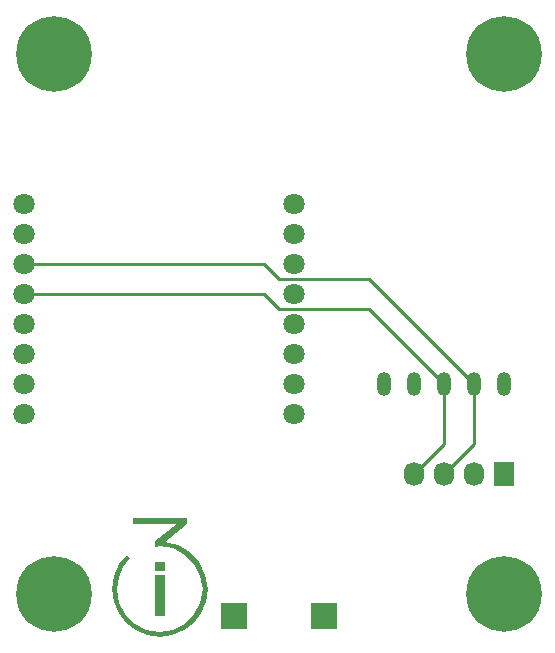
<source format=gtl>
G04 #@! TF.FileFunction,Copper,L1,Top,Signal*
%FSLAX46Y46*%
G04 Gerber Fmt 4.6, Leading zero omitted, Abs format (unit mm)*
G04 Created by KiCad (PCBNEW 4.0.5+dfsg1-4) date Thu Jun  7 11:31:42 2018*
%MOMM*%
%LPD*%
G01*
G04 APERTURE LIST*
%ADD10C,0.100000*%
%ADD11O,1.200000X2.000000*%
%ADD12C,1.800000*%
%ADD13C,6.400000*%
%ADD14R,1.727200X2.032000*%
%ADD15O,1.727200X2.032000*%
%ADD16R,2.235200X2.235200*%
%ADD17C,0.250000*%
G04 APERTURE END LIST*
D10*
G36*
X151626374Y-102271657D02*
X153516765Y-100759345D01*
X153516765Y-100297841D01*
X148919476Y-100297841D01*
X148919476Y-100759345D01*
X152664757Y-100768220D01*
X150832161Y-102239068D01*
X150830598Y-102696383D01*
X151209244Y-102676361D01*
X152353783Y-102860960D01*
X153347793Y-103375000D01*
X154131636Y-104158843D01*
X154645676Y-105152853D01*
X154830275Y-106297392D01*
X154645676Y-107441930D01*
X154131636Y-108435940D01*
X153347793Y-109219783D01*
X152353783Y-109733823D01*
X151209244Y-109918422D01*
X150064706Y-109733823D01*
X149070696Y-109219783D01*
X148286853Y-108435940D01*
X147772813Y-107441930D01*
X147588214Y-106297392D01*
X147726273Y-105304506D01*
X148114838Y-104417238D01*
X148715490Y-103673280D01*
X148402875Y-103382959D01*
X147741492Y-104211289D01*
X147314000Y-105196467D01*
X147162211Y-106297392D01*
X147306776Y-107373248D01*
X147714753Y-108340000D01*
X148347566Y-109159071D01*
X149166637Y-109791883D01*
X150133389Y-110199861D01*
X151209245Y-110344426D01*
X152285101Y-110199861D01*
X153251853Y-109791883D01*
X154070924Y-109159071D01*
X154703737Y-108340000D01*
X155111714Y-107373248D01*
X155256279Y-106297392D01*
X155074526Y-105094514D01*
X154565824Y-104035680D01*
X153785008Y-103175712D01*
X152786913Y-102569430D01*
X151626374Y-102271657D01*
X151626374Y-102271657D01*
G37*
G36*
X150836492Y-104034176D02*
X151635249Y-104034176D01*
X151635249Y-104788558D01*
X150836492Y-104788558D01*
X150836492Y-104034176D01*
X150836492Y-104034176D01*
G37*
G36*
X150836492Y-105134686D02*
X151635249Y-105134686D01*
X151635249Y-108569340D01*
X150836492Y-108569340D01*
X150836492Y-105134686D01*
X150836492Y-105134686D01*
G37*
D11*
X170180000Y-88900000D03*
X172720000Y-88900000D03*
X175260000Y-88900000D03*
X177800000Y-88900000D03*
X180340000Y-88900000D03*
D12*
X139700000Y-73660000D03*
X139700000Y-76200000D03*
X139700000Y-78740000D03*
X139700000Y-81280000D03*
X139700000Y-83820000D03*
X139700000Y-86360000D03*
X139700000Y-88900000D03*
X139700000Y-91440000D03*
X162560000Y-91440000D03*
X162560000Y-88900000D03*
X162560000Y-86360000D03*
X162560000Y-83820000D03*
X162560000Y-81280000D03*
X162560000Y-78740000D03*
X162560000Y-76200000D03*
X162560000Y-73660000D03*
D13*
X142240000Y-106680000D03*
X180340000Y-106680000D03*
X180340000Y-60960000D03*
D14*
X180340000Y-96520000D03*
D15*
X177800000Y-96520000D03*
X175260000Y-96520000D03*
X172720000Y-96520000D03*
D13*
X142240000Y-60960000D03*
D16*
X165100000Y-108585000D03*
X157480000Y-108585000D03*
D17*
X161290000Y-80010000D02*
X168910000Y-80010000D01*
X168910000Y-80010000D02*
X171450000Y-82550000D01*
X160020000Y-78740000D02*
X161290000Y-80010000D01*
X139700000Y-78740000D02*
X160020000Y-78740000D01*
X177800000Y-88900000D02*
X177800000Y-93980000D01*
X177800000Y-93980000D02*
X175260000Y-96520000D01*
X171450000Y-82550000D02*
X177800000Y-88900000D01*
X139700000Y-81280000D02*
X160020000Y-81280000D01*
X160020000Y-81280000D02*
X161290000Y-82550000D01*
X170180000Y-83820000D02*
X175260000Y-88900000D01*
X161290000Y-82550000D02*
X168910000Y-82550000D01*
X168910000Y-82550000D02*
X170180000Y-83820000D01*
X175260000Y-88900000D02*
X175260000Y-93980000D01*
X175260000Y-93980000D02*
X172720000Y-96520000D01*
M02*

</source>
